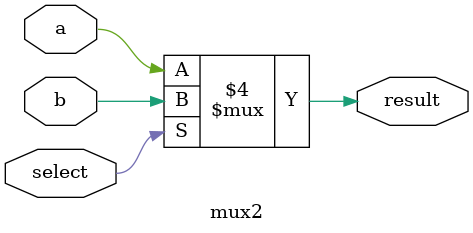
<source format=v>
module mux1(a,b,select,result);
   input a;
   input b;
   input select;
   output result;

   assign result = (select) ? b: a;
endmodule

module mux2(a,b,select,result);
   input a;
   input b;
   input select;
   output result;

   reg result;
   always @(a or b or select)
     begin
         if (select == 0)
            result = a;
         else
            result = b;
      
     end
endmodule

</source>
